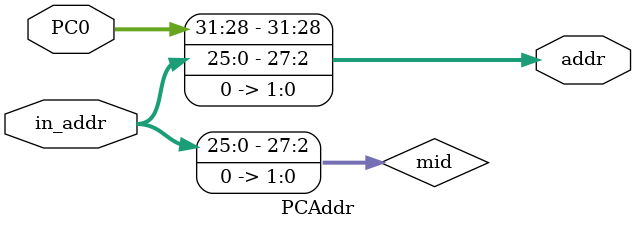
<source format=v>
`timescale 1ns / 1ps


module PC(input clk, Reset, PCWre,  
          input [1:0] PCSrc,  
          input wire [31:0] imm, addr, RDout1,  
          output reg [31:0] Address);  
               
     always @(posedge clk) begin // ÕâÀïºÍµ¥ÖÜÆÚ²»Ì«Ò»Ñù£¬´æÔÚÑÓ³ÙµÄÎÊÌâ£¬Ö»ÓÐµ±pcWre¸Ä±äµÄÊ±ºò»òÕßReset¸Ä±äµÄÊ±ºòÔÙ¼ì²â  
        if (Reset == 0) begin  
            Address = 0;  
        end else if (PCWre) begin  
            if (PCSrc == 2'b00) begin  
                    Address = Address+4;  
                end else if (PCSrc == 2'b01) begin  
                    Address = imm*4+Address+4;  
                end else if (PCSrc == 2'b10) begin  
                    Address = RDout1;  
                end else if (PCSrc == 2'b11) begin  
                    Address = addr;  
                end  
        end 
    end  
  
endmodule 

module PCAddr(input [25:0] in_addr,  
              input [31:0] PC0,  
                  output reg [31:0] addr);  
    wire [27:0] mid;  
     assign mid = in_addr << 2;  
    always @(in_addr or PC0 or mid) begin  
        addr <= {PC0[31:28], mid[27:0]};  
    end  
  
endmodule  

</source>
